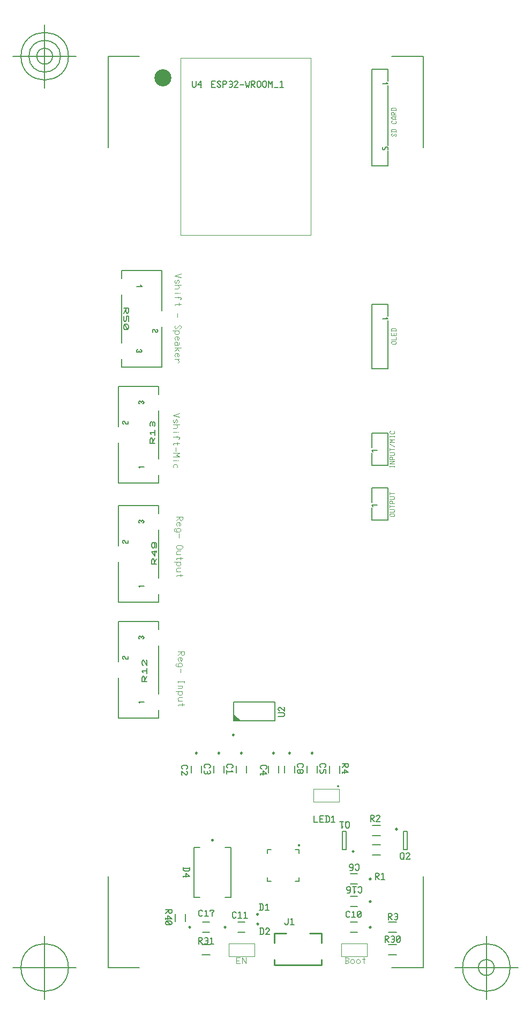
<source format=gbr>
G04 Generated by Ultiboard 14.1 *
%FSLAX34Y34*%
%MOMM*%

%ADD10C,0.0001*%
%ADD11C,0.1556*%
%ADD12C,0.2000*%
%ADD13C,0.0010*%
%ADD14C,0.2540*%
%ADD15C,0.2500*%
%ADD16C,0.2032*%
%ADD17C,0.0013*%
%ADD18C,0.1176*%
%ADD19C,0.0933*%
%ADD20C,0.1270*%
%ADD21C,0.40000*%
%ADD22C,0.35921*%
%ADD23C,2.70006*%


G04 ColorRGB FFFF00 for the following layer *
%LNSilkscreen Top*%
%LPD*%
G54D10*
G54D11*
X267696Y-275160D02*
X267696Y-265160D01*
X271678Y-265160D01*
X273669Y-267160D01*
X273669Y-268160D01*
X271678Y-270160D01*
X267696Y-270160D01*
X268691Y-270160D02*
X273669Y-275160D01*
X277651Y-266160D02*
X278647Y-265160D01*
X280638Y-265160D01*
X282629Y-267160D01*
X282629Y-269160D01*
X281633Y-270160D01*
X282629Y-271160D01*
X282629Y-273160D01*
X280638Y-275160D01*
X278647Y-275160D01*
X277651Y-274160D01*
X278647Y-270160D02*
X281633Y-270160D01*
X286611Y-267160D02*
X288602Y-265160D01*
X288602Y-275160D01*
X285616Y-275160D02*
X291589Y-275160D01*
X403471Y-242765D02*
X405462Y-244765D01*
X407453Y-244765D01*
X409444Y-242765D01*
X409444Y-234765D01*
X413426Y-236765D02*
X415417Y-234765D01*
X415417Y-244765D01*
X412431Y-244765D02*
X418404Y-244765D01*
X562336Y-272620D02*
X562336Y-262620D01*
X566318Y-262620D01*
X568309Y-264620D01*
X568309Y-265620D01*
X566318Y-267620D01*
X562336Y-267620D01*
X563331Y-267620D02*
X568309Y-272620D01*
X572291Y-263620D02*
X573287Y-262620D01*
X575278Y-262620D01*
X577269Y-264620D01*
X577269Y-266620D01*
X576273Y-267620D01*
X577269Y-268620D01*
X577269Y-270620D01*
X575278Y-272620D01*
X573287Y-272620D01*
X572291Y-271620D01*
X573287Y-267620D02*
X576273Y-267620D01*
X580256Y-264620D02*
X582247Y-262620D01*
X584238Y-262620D01*
X586229Y-264620D01*
X586229Y-270620D01*
X584238Y-272620D01*
X582247Y-272620D01*
X580256Y-270620D01*
X580256Y-264620D01*
X586229Y-264620D02*
X580256Y-270620D01*
X215260Y-221236D02*
X225260Y-221236D01*
X225260Y-225218D01*
X223260Y-227209D01*
X222260Y-227209D01*
X220260Y-225218D01*
X220260Y-221236D01*
X220260Y-222231D02*
X215260Y-227209D01*
X219260Y-236169D02*
X219260Y-230196D01*
X225260Y-235173D01*
X215260Y-235173D01*
X215260Y-234178D02*
X215260Y-236169D01*
X223260Y-239156D02*
X225260Y-241147D01*
X225260Y-243138D01*
X223260Y-245129D01*
X217260Y-245129D01*
X215260Y-243138D01*
X215260Y-241147D01*
X217260Y-239156D01*
X223260Y-239156D01*
X223260Y-245129D02*
X217260Y-239156D01*
X273959Y-229690D02*
X271968Y-231690D01*
X269977Y-231690D01*
X267986Y-229690D01*
X267986Y-223690D01*
X269977Y-221690D01*
X271968Y-221690D01*
X273959Y-223690D01*
X277941Y-223690D02*
X279932Y-221690D01*
X279932Y-231690D01*
X276946Y-231690D02*
X282919Y-231690D01*
X288892Y-231690D02*
X288892Y-226690D01*
X291879Y-223690D01*
X291879Y-221690D01*
X285906Y-221690D01*
X285906Y-223690D01*
X327009Y-232520D02*
X325018Y-234520D01*
X323027Y-234520D01*
X321036Y-232520D01*
X321036Y-226520D01*
X323027Y-224520D01*
X325018Y-224520D01*
X327009Y-226520D01*
X330991Y-226520D02*
X332982Y-224520D01*
X332982Y-234520D01*
X329996Y-234520D02*
X335969Y-234520D01*
X339951Y-226520D02*
X341942Y-224520D01*
X341942Y-234520D01*
X338956Y-234520D02*
X344929Y-234520D01*
X364451Y-260155D02*
X368433Y-260155D01*
X370424Y-258155D01*
X370424Y-252155D01*
X368433Y-250155D01*
X364451Y-250155D01*
X365446Y-250155D02*
X365446Y-260155D01*
X373411Y-252155D02*
X375402Y-250155D01*
X377393Y-250155D01*
X379384Y-252155D01*
X379384Y-253155D01*
X373411Y-260155D01*
X379384Y-260155D01*
X379384Y-259155D01*
X506609Y-231420D02*
X504618Y-233420D01*
X502627Y-233420D01*
X500636Y-231420D01*
X500636Y-225420D01*
X502627Y-223420D01*
X504618Y-223420D01*
X506609Y-225420D01*
X510591Y-225420D02*
X512582Y-223420D01*
X512582Y-233420D01*
X509596Y-233420D02*
X515569Y-233420D01*
X518556Y-225420D02*
X520547Y-223420D01*
X522538Y-223420D01*
X524529Y-225420D01*
X524529Y-231420D01*
X522538Y-233420D01*
X520547Y-233420D01*
X518556Y-231420D01*
X518556Y-225420D01*
X524529Y-225420D02*
X518556Y-231420D01*
X567416Y-237060D02*
X567416Y-227060D01*
X571398Y-227060D01*
X573389Y-229060D01*
X573389Y-230060D01*
X571398Y-232060D01*
X567416Y-232060D01*
X568411Y-232060D02*
X573389Y-237060D01*
X577371Y-228060D02*
X578367Y-227060D01*
X580358Y-227060D01*
X582349Y-229060D01*
X582349Y-231060D01*
X581353Y-232060D01*
X582349Y-233060D01*
X582349Y-235060D01*
X580358Y-237060D01*
X578367Y-237060D01*
X577371Y-236060D01*
X578367Y-232060D02*
X581353Y-232060D01*
X363981Y-222055D02*
X367963Y-222055D01*
X369954Y-220055D01*
X369954Y-214055D01*
X367963Y-212055D01*
X363981Y-212055D01*
X364976Y-212055D02*
X364976Y-222055D01*
X373936Y-214055D02*
X375927Y-212055D01*
X375927Y-222055D01*
X372941Y-222055D02*
X378914Y-222055D01*
X243560Y-154596D02*
X243560Y-158578D01*
X245560Y-160569D01*
X251560Y-160569D01*
X253560Y-158578D01*
X253560Y-154596D01*
X253560Y-155591D02*
X243560Y-155591D01*
X247560Y-169529D02*
X247560Y-163556D01*
X253560Y-168533D01*
X243560Y-168533D01*
X243560Y-167538D02*
X243560Y-169529D01*
X519551Y-186780D02*
X521542Y-184780D01*
X523533Y-184780D01*
X525524Y-186780D01*
X525524Y-192780D01*
X523533Y-194780D01*
X521542Y-194780D01*
X519551Y-192780D01*
X515569Y-192780D02*
X513578Y-194780D01*
X513578Y-184780D01*
X516564Y-184780D02*
X510591Y-184780D01*
X502627Y-194780D02*
X505613Y-194780D01*
X507604Y-192780D01*
X507604Y-188780D01*
X507604Y-186780D01*
X505613Y-184780D01*
X503622Y-184780D01*
X501631Y-186780D01*
X501631Y-188780D01*
X503622Y-190780D01*
X505613Y-190780D01*
X507604Y-188780D01*
X515071Y-151220D02*
X517062Y-149220D01*
X519053Y-149220D01*
X521044Y-151220D01*
X521044Y-157220D01*
X519053Y-159220D01*
X517062Y-159220D01*
X515071Y-157220D01*
X507107Y-159220D02*
X510093Y-159220D01*
X512084Y-157220D01*
X512084Y-153220D01*
X512084Y-151220D01*
X510093Y-149220D01*
X508102Y-149220D01*
X506111Y-151220D01*
X506111Y-153220D01*
X508102Y-155220D01*
X510093Y-155220D01*
X512084Y-153220D01*
X505804Y-84260D02*
X503813Y-82260D01*
X501822Y-82260D01*
X499831Y-84260D01*
X499831Y-90260D01*
X501822Y-92260D01*
X503813Y-92260D01*
X505804Y-90260D01*
X505804Y-84260D01*
X501822Y-84260D02*
X499831Y-82260D01*
X495849Y-90260D02*
X493858Y-92260D01*
X493858Y-82260D01*
X496844Y-82260D02*
X490871Y-82260D01*
X586396Y-139260D02*
X588387Y-141260D01*
X590378Y-141260D01*
X592369Y-139260D01*
X592369Y-133260D01*
X590378Y-131260D01*
X588387Y-131260D01*
X586396Y-133260D01*
X586396Y-139260D01*
X590378Y-139260D02*
X592369Y-141260D01*
X595356Y-133260D02*
X597347Y-131260D01*
X599338Y-131260D01*
X601329Y-133260D01*
X601329Y-134260D01*
X595356Y-141260D01*
X601329Y-141260D01*
X601329Y-140260D01*
X242460Y651D02*
X240460Y2642D01*
X240460Y4633D01*
X242460Y6624D01*
X248460Y6624D01*
X250460Y4633D01*
X250460Y2642D01*
X248460Y651D01*
X248460Y-2336D02*
X250460Y-4327D01*
X250460Y-6318D01*
X248460Y-8309D01*
X247460Y-8309D01*
X240460Y-2336D01*
X240460Y-8309D01*
X241460Y-8309D01*
X278220Y1991D02*
X276220Y3982D01*
X276220Y5973D01*
X278220Y7964D01*
X284220Y7964D01*
X286220Y5973D01*
X286220Y3982D01*
X284220Y1991D01*
X285220Y-1991D02*
X286220Y-2987D01*
X286220Y-4978D01*
X284220Y-6969D01*
X282220Y-6969D01*
X281220Y-5973D01*
X280220Y-6969D01*
X278220Y-6969D01*
X276220Y-4978D01*
X276220Y-2987D01*
X277220Y-1991D01*
X281220Y-2987D02*
X281220Y-5973D01*
X313780Y1991D02*
X311780Y3982D01*
X311780Y5973D01*
X313780Y7964D01*
X319780Y7964D01*
X321780Y5973D01*
X321780Y3982D01*
X319780Y1991D01*
X319780Y-1991D02*
X321780Y-3982D01*
X311780Y-3982D01*
X311780Y-996D02*
X311780Y-6969D01*
X367591Y681D02*
X365591Y2672D01*
X365591Y4663D01*
X367591Y6654D01*
X373591Y6654D01*
X375591Y4663D01*
X375591Y2672D01*
X373591Y681D01*
X369591Y-8279D02*
X369591Y-2306D01*
X375591Y-7283D01*
X365591Y-7283D01*
X365591Y-6288D02*
X365591Y-8279D01*
X425340Y3191D02*
X423340Y5182D01*
X423340Y7173D01*
X425340Y9164D01*
X431340Y9164D01*
X433340Y7173D01*
X433340Y5182D01*
X431340Y3191D01*
X423340Y-3778D02*
X423340Y-1787D01*
X425340Y204D01*
X427340Y204D01*
X428340Y-791D01*
X429340Y204D01*
X431340Y204D01*
X433340Y-1787D01*
X433340Y-3778D01*
X431340Y-5769D01*
X429340Y-5769D01*
X428340Y-4773D01*
X427340Y-5769D01*
X425340Y-5769D01*
X423340Y-3778D01*
X428340Y-791D02*
X428340Y-4773D01*
X460900Y3191D02*
X458900Y5182D01*
X458900Y7173D01*
X460900Y9164D01*
X466900Y9164D01*
X468900Y7173D01*
X468900Y5182D01*
X466900Y3191D01*
X468900Y-5769D02*
X468900Y204D01*
X464900Y204D01*
X464900Y-3778D01*
X462900Y-5769D01*
X460900Y-5769D01*
X458900Y-3778D01*
X458900Y204D01*
X494460Y9164D02*
X504460Y9164D01*
X504460Y5182D01*
X502460Y3191D01*
X501460Y3191D01*
X499460Y5182D01*
X499460Y9164D01*
X499460Y8169D02*
X494460Y3191D01*
X498460Y-5769D02*
X498460Y204D01*
X504460Y-4773D01*
X494460Y-4773D01*
X494460Y-3778D02*
X494460Y-5769D01*
X393600Y83476D02*
X401600Y83476D01*
X403600Y85467D01*
X403600Y87458D01*
X401600Y89449D01*
X393600Y89449D01*
X395600Y92436D02*
X393600Y94427D01*
X393600Y96418D01*
X395600Y98409D01*
X396600Y98409D01*
X403600Y92436D01*
X403600Y98409D01*
X402600Y98409D01*
X547096Y-173560D02*
X547096Y-163560D01*
X551078Y-163560D01*
X553069Y-165560D01*
X553069Y-166560D01*
X551078Y-168560D01*
X547096Y-168560D01*
X548091Y-168560D02*
X553069Y-173560D01*
X557051Y-165560D02*
X559042Y-163560D01*
X559042Y-173560D01*
X556056Y-173560D02*
X562029Y-173560D01*
X539476Y-82120D02*
X539476Y-72120D01*
X543458Y-72120D01*
X545449Y-74120D01*
X545449Y-75120D01*
X543458Y-77120D01*
X539476Y-77120D01*
X540471Y-77120D02*
X545449Y-82120D01*
X548436Y-74120D02*
X550427Y-72120D01*
X552418Y-72120D01*
X554409Y-74120D01*
X554409Y-75120D01*
X548436Y-82120D01*
X554409Y-82120D01*
X554409Y-81120D01*
G54D12*
X285400Y-276480D02*
X273400Y-276480D01*
X285400Y-292480D02*
X273400Y-292480D01*
X285400Y-292480D02*
X273400Y-292480D01*
X568040Y-292480D02*
X580040Y-292480D01*
X568040Y-276480D02*
X580040Y-276480D01*
X568040Y-276480D02*
X580040Y-276480D01*
X230760Y-227680D02*
X230760Y-239680D01*
X246760Y-227680D02*
X246760Y-239680D01*
X246760Y-227680D02*
X246760Y-239680D01*
X273900Y-256920D02*
X284900Y-256920D01*
X273900Y-240920D02*
X284900Y-240920D01*
X273900Y-240920D02*
X284900Y-240920D01*
X329780Y-256920D02*
X340780Y-256920D01*
X329780Y-240920D02*
X340780Y-240920D01*
X329780Y-240920D02*
X340780Y-240920D01*
X518580Y-240920D02*
X507580Y-240920D01*
X518580Y-256920D02*
X507580Y-256920D01*
X518580Y-256920D02*
X507580Y-256920D01*
X568040Y-256920D02*
X580040Y-256920D01*
X568040Y-240920D02*
X580040Y-240920D01*
X568040Y-240920D02*
X580040Y-240920D01*
X319060Y-123060D02*
X319060Y-202060D01*
X260060Y-123060D02*
X260060Y-202060D01*
X270060Y-123060D02*
X260060Y-123060D01*
X309060Y-123060D02*
X319060Y-123060D01*
X260060Y-202060D02*
X270060Y-202060D01*
X319060Y-202060D02*
X309060Y-202060D01*
X518580Y-200280D02*
X507580Y-200280D01*
X518580Y-216280D02*
X507580Y-216280D01*
X518580Y-216280D02*
X507580Y-216280D01*
X518580Y-164720D02*
X507580Y-164720D01*
X518580Y-180720D02*
X507580Y-180720D01*
X518580Y-180720D02*
X507580Y-180720D01*
X501090Y-97260D02*
X494590Y-97260D01*
X494590Y-126260D02*
X501090Y-126260D01*
X501090Y-97260D01*
X494590Y-97260D02*
X494590Y-126260D01*
X591110Y-126260D02*
X597610Y-126260D01*
X597610Y-97260D02*
X591110Y-97260D01*
X591110Y-126260D01*
X597610Y-126260D02*
X597610Y-97260D01*
X256160Y5500D02*
X256160Y-5500D01*
X272160Y5500D02*
X272160Y-5500D01*
X272160Y5500D02*
X272160Y-5500D01*
X291720Y5500D02*
X291720Y-5500D01*
X307720Y5500D02*
X307720Y-5500D01*
X307720Y5500D02*
X307720Y-5500D01*
X327280Y5500D02*
X327280Y-5500D01*
X343280Y5500D02*
X343280Y-5500D01*
X343280Y5500D02*
X343280Y-5500D01*
X378080Y5500D02*
X378080Y-5500D01*
X394080Y5500D02*
X394080Y-5500D01*
X394080Y5500D02*
X394080Y-5500D01*
X403480Y5500D02*
X403480Y-5500D01*
X419480Y5500D02*
X419480Y-5500D01*
X419480Y5500D02*
X419480Y-5500D01*
X439040Y5500D02*
X439040Y-5500D01*
X455040Y5500D02*
X455040Y-5500D01*
X455040Y5500D02*
X455040Y-5500D01*
X474600Y6000D02*
X474600Y-6000D01*
X490600Y6000D02*
X490600Y-6000D01*
X490600Y6000D02*
X490600Y-6000D01*
X388100Y76440D02*
X388100Y106440D01*
X323100Y106440D02*
X323100Y76440D01*
X388100Y76440D01*
X323100Y78440D02*
X325100Y76440D01*
X323100Y80440D02*
X327100Y76440D01*
X323100Y82440D02*
X329100Y76440D01*
X323100Y84440D02*
X331100Y76440D01*
X323100Y86440D02*
X333100Y76440D01*
X388100Y106440D02*
X323100Y106440D01*
X554640Y-119000D02*
X542640Y-119000D01*
X554640Y-135000D02*
X542640Y-135000D01*
X554640Y-135000D02*
X542640Y-135000D01*
X542640Y-104520D02*
X554640Y-104520D01*
X542640Y-88520D02*
X554640Y-88520D01*
X542640Y-88520D02*
X554640Y-88520D01*
G54D13*
X314960Y-274320D02*
X355600Y-274320D01*
X355600Y-294640D01*
X314960Y-294640D01*
X314960Y-274320D01*
X533400Y-294640D02*
X492760Y-294640D01*
X492760Y-274320D01*
X533400Y-274320D01*
X533400Y-294640D01*
X238760Y1122680D02*
X444500Y1122680D01*
X444500Y843280D01*
X238760Y843280D01*
X238760Y1122680D01*
G54D14*
X386935Y-308265D02*
X461935Y-308265D01*
X386935Y-300015D02*
X386935Y-308265D01*
X386935Y-258265D02*
X386935Y-273515D01*
X405685Y-258265D02*
X386935Y-258265D01*
X461935Y-308265D02*
X461935Y-300015D01*
X461935Y-258265D02*
X443185Y-258265D01*
X461935Y-273515D02*
X461935Y-258265D01*
G54D15*
X252400Y-248920D02*
G75*
D01*
G02X252400Y-248920I1250J0*
G01*
X308280Y-248920D02*
G75*
D01*
G02X308280Y-248920I1250J0*
G01*
X359960Y-243840D02*
G75*
D01*
G02X359960Y-243840I1250J0*
G01*
X537580Y-248920D02*
G75*
D01*
G02X537580Y-248920I1250J0*
G01*
X359490Y-228600D02*
G75*
D01*
G02X359490Y-228600I1250J0*
G01*
X288310Y-111560D02*
G75*
D01*
G02X288310Y-111560I1250J0*
G01*
X537580Y-208280D02*
G75*
D01*
G02X537580Y-208280I1250J0*
G01*
X537580Y-172720D02*
G75*
D01*
G02X537580Y-172720I1250J0*
G01*
X510590Y-129260D02*
G75*
D01*
G02X510590Y-129260I1250J0*
G01*
X579110Y-94260D02*
G75*
D01*
G02X579110Y-94260I1250J0*
G01*
X262910Y25750D02*
G75*
D01*
G02X262910Y25750I1250J0*
G01*
X298470Y25750D02*
G75*
D01*
G02X298470Y25750I1250J0*
G01*
X334030Y25750D02*
G75*
D01*
G02X334030Y25750I1250J0*
G01*
X384830Y25750D02*
G75*
D01*
G02X384830Y25750I1250J0*
G01*
X410230Y25750D02*
G75*
D01*
G02X410230Y25750I1250J0*
G01*
X445790Y25750D02*
G75*
D01*
G02X445790Y25750I1250J0*
G01*
X321350Y54440D02*
G75*
D01*
G02X321350Y54440I1250J0*
G01*
G54D16*
X420480Y-126260D02*
X426480Y-126260D01*
X426480Y-132260D01*
X426480Y-170260D02*
X426480Y-176260D01*
X420480Y-176260D01*
X382480Y-176260D02*
X376480Y-176260D01*
X376480Y-170260D01*
X382480Y-126260D02*
X376480Y-126260D01*
X376480Y-132260D01*
X450140Y-73360D02*
X450140Y-83360D01*
X456140Y-83360D01*
X465140Y-83360D02*
X459140Y-83360D01*
X459140Y-78360D01*
X459140Y-73360D01*
X465140Y-73360D01*
X459140Y-78360D02*
X463140Y-78360D01*
X468140Y-83360D02*
X472140Y-83360D01*
X474140Y-81360D01*
X474140Y-75360D01*
X472140Y-73360D01*
X468140Y-73360D01*
X469140Y-73360D02*
X469140Y-83360D01*
X478140Y-75360D02*
X480140Y-73360D01*
X480140Y-83360D01*
X477140Y-83360D02*
X483140Y-83360D01*
X566420Y444500D02*
X566420Y393700D01*
X541020Y412750D02*
X541020Y393700D01*
X566420Y393700D01*
X541020Y444500D02*
X541020Y421217D01*
X541020Y416983D02*
X549487Y416983D01*
X543137Y414867D02*
X541020Y416983D01*
X541020Y444500D02*
X566420Y444500D01*
X566420Y530860D02*
X566420Y480060D01*
X541020Y499110D02*
X541020Y480060D01*
X566420Y480060D01*
X541020Y530860D02*
X541020Y507577D01*
X541020Y503343D02*
X549487Y503343D01*
X543137Y501227D02*
X541020Y503343D01*
X541020Y530860D02*
X566420Y530860D01*
X541020Y632460D02*
X541020Y734060D01*
X566420Y632460D02*
X566420Y708660D01*
X566420Y734060D02*
X541020Y734060D01*
X566420Y715010D02*
X566420Y734060D01*
X566420Y710777D02*
X557953Y710777D01*
X564303Y712893D02*
X566420Y710777D01*
X566420Y632460D02*
X541020Y632460D01*
X541020Y952500D02*
X541020Y1104900D01*
X566420Y984250D02*
X566420Y1079500D01*
X566420Y1104900D02*
X541020Y1104900D01*
X566420Y1081617D02*
X557953Y1081617D01*
X566420Y1085850D02*
X566420Y1104900D01*
X564303Y1083733D02*
X566420Y1081617D01*
X557953Y980017D02*
X557961Y979833D01*
X557985Y979649D01*
X558025Y979469D01*
X558081Y979293D01*
X558152Y979122D01*
X558237Y978959D01*
X558336Y978803D01*
X558449Y978656D01*
X558573Y978520D01*
X558709Y978396D01*
X558856Y978283D01*
X559012Y978184D01*
X559175Y978099D01*
X559346Y978028D01*
X559522Y977972D01*
X559702Y977932D01*
X559886Y977908D01*
X560070Y977900D01*
X560254Y977908D01*
X560438Y977932D01*
X560618Y977972D01*
X560794Y978028D01*
X560965Y978099D01*
X561128Y978184D01*
X561284Y978283D01*
X561431Y978396D01*
X561567Y978520D01*
X561691Y978656D01*
X561804Y978803D01*
X561903Y978959D01*
X561988Y979122D01*
X562059Y979293D01*
X562115Y979469D01*
X562155Y979649D01*
X562179Y979833D01*
X562187Y980017D01*
X562187Y982133D02*
X566420Y982133D01*
X562187Y982133D02*
X562187Y980017D01*
X566420Y952500D02*
X541020Y952500D01*
X557953Y982133D02*
X557953Y980017D01*
X566420Y952500D02*
X566420Y975783D01*
X566420Y977900D02*
X566420Y982133D01*
X149165Y727569D02*
X156724Y727569D01*
X156724Y721924D01*
X155212Y719102D01*
X154456Y719102D01*
X152944Y721924D01*
X152944Y727569D01*
X152944Y726158D02*
X149165Y719102D01*
X156724Y706402D02*
X156724Y714869D01*
X153700Y714869D01*
X153700Y709224D01*
X152188Y706402D01*
X150676Y706402D01*
X149165Y709224D01*
X149165Y714869D01*
X155212Y702169D02*
X156724Y699347D01*
X156724Y696524D01*
X155212Y693702D01*
X150676Y693702D01*
X149165Y696524D01*
X149165Y699347D01*
X150676Y702169D01*
X155212Y702169D01*
X155212Y693702D02*
X150676Y702169D01*
X146050Y749300D02*
X146050Y673100D01*
X146050Y774700D02*
X146050Y787400D01*
X209550Y787400D02*
X209550Y723900D01*
X146050Y787400D02*
X209550Y787400D01*
X177800Y762000D02*
X169333Y762000D01*
X175683Y764117D02*
X177800Y762000D01*
X146050Y635000D02*
X209550Y635000D01*
X146050Y647700D02*
X146050Y635000D01*
X209550Y635000D02*
X209550Y698500D01*
X198966Y692150D02*
X198974Y691966D01*
X198998Y691782D01*
X199038Y691602D01*
X199094Y691426D01*
X199165Y691255D01*
X199250Y691092D01*
X199349Y690936D01*
X199462Y690789D01*
X199586Y690653D01*
X199722Y690529D01*
X199869Y690416D01*
X200025Y690317D01*
X200188Y690232D01*
X200359Y690161D01*
X200535Y690105D01*
X200715Y690065D01*
X200899Y690041D01*
X201083Y690033D01*
X201267Y690041D01*
X201451Y690065D01*
X201631Y690105D01*
X201807Y690161D01*
X201978Y690232D01*
X202141Y690317D01*
X202297Y690416D01*
X202444Y690529D01*
X202580Y690653D01*
X202704Y690789D01*
X202817Y690936D01*
X202916Y691092D01*
X203001Y691255D01*
X203072Y691426D01*
X203128Y691602D01*
X203168Y691782D01*
X203192Y691966D01*
X203200Y692150D01*
X203192Y692334D01*
X203168Y692518D01*
X203128Y692698D01*
X203072Y692874D01*
X203001Y693045D01*
X202916Y693208D01*
X202817Y693364D01*
X202704Y693511D01*
X202580Y693647D01*
X202444Y693771D01*
X202297Y693884D01*
X202141Y693983D01*
X201978Y694068D01*
X201807Y694139D01*
X201631Y694195D01*
X201451Y694235D01*
X201267Y694259D01*
X201083Y694267D01*
X198967Y692150D02*
X198959Y692334D01*
X198935Y692518D01*
X198895Y692698D01*
X198839Y692874D01*
X198768Y693045D01*
X198683Y693208D01*
X198584Y693364D01*
X198471Y693511D01*
X198347Y693647D01*
X198211Y693771D01*
X198064Y693884D01*
X197908Y693983D01*
X197745Y694068D01*
X197574Y694139D01*
X197398Y694195D01*
X197218Y694235D01*
X197034Y694259D01*
X196850Y694267D01*
X194733Y694267D02*
X194733Y690033D01*
X196850Y694267D02*
X194733Y694267D01*
X173566Y660400D02*
X173574Y660216D01*
X173598Y660032D01*
X173638Y659852D01*
X173694Y659676D01*
X173765Y659505D01*
X173850Y659342D01*
X173949Y659186D01*
X174062Y659039D01*
X174186Y658903D01*
X174322Y658779D01*
X174469Y658666D01*
X174625Y658567D01*
X174788Y658482D01*
X174959Y658411D01*
X175135Y658355D01*
X175315Y658315D01*
X175499Y658291D01*
X175683Y658283D01*
X175867Y658291D01*
X176051Y658315D01*
X176231Y658355D01*
X176407Y658411D01*
X176578Y658482D01*
X176741Y658567D01*
X176897Y658666D01*
X177044Y658779D01*
X177180Y658903D01*
X177304Y659039D01*
X177417Y659186D01*
X177516Y659342D01*
X177601Y659505D01*
X177672Y659676D01*
X177728Y659852D01*
X177768Y660032D01*
X177792Y660216D01*
X177800Y660400D01*
X177792Y660584D01*
X177768Y660768D01*
X177728Y660948D01*
X177672Y661124D01*
X177601Y661295D01*
X177516Y661458D01*
X177417Y661614D01*
X177304Y661761D01*
X177180Y661897D01*
X177044Y662021D01*
X176897Y662134D01*
X176741Y662233D01*
X176578Y662318D01*
X176407Y662389D01*
X176231Y662445D01*
X176051Y662485D01*
X175867Y662509D01*
X175683Y662517D01*
X171450Y662517D02*
X171266Y662509D01*
X171082Y662485D01*
X170902Y662445D01*
X170726Y662389D01*
X170555Y662318D01*
X170392Y662233D01*
X170236Y662134D01*
X170089Y662021D01*
X169953Y661897D01*
X169829Y661761D01*
X169716Y661614D01*
X169617Y661458D01*
X169532Y661295D01*
X169461Y661124D01*
X169405Y660948D01*
X169365Y660768D01*
X169341Y660584D01*
X169333Y660400D01*
X169341Y660216D01*
X169365Y660032D01*
X169405Y659852D01*
X169461Y659676D01*
X169532Y659505D01*
X169617Y659342D01*
X169716Y659186D01*
X169829Y659039D01*
X169953Y658903D01*
X170089Y658779D01*
X170236Y658666D01*
X170392Y658567D01*
X170555Y658482D01*
X170726Y658411D01*
X170902Y658355D01*
X171082Y658315D01*
X171266Y658291D01*
X171450Y658283D01*
X171634Y658291D01*
X171818Y658315D01*
X171998Y658355D01*
X172174Y658411D01*
X172345Y658482D01*
X172508Y658567D01*
X172664Y658666D01*
X172811Y658779D01*
X172947Y658903D01*
X173071Y659039D01*
X173184Y659186D01*
X173283Y659342D01*
X173368Y659505D01*
X173439Y659676D01*
X173495Y659852D01*
X173535Y660032D01*
X173559Y660216D01*
X173567Y660400D01*
X198815Y514491D02*
X191256Y514491D01*
X191256Y520136D01*
X192768Y522958D01*
X193524Y522958D01*
X195036Y520136D01*
X195036Y514491D01*
X195036Y515902D02*
X198815Y522958D01*
X192768Y528602D02*
X191256Y531424D01*
X198815Y531424D01*
X198815Y527191D02*
X198815Y535658D01*
X192012Y541302D02*
X191256Y542713D01*
X191256Y545536D01*
X192768Y548358D01*
X194280Y548358D01*
X195036Y546947D01*
X195792Y548358D01*
X197304Y548358D01*
X198815Y545536D01*
X198815Y542713D01*
X198060Y541302D01*
X195036Y542713D02*
X195036Y546947D01*
X204470Y490220D02*
X204470Y566420D01*
X204470Y464820D02*
X204470Y452120D01*
X140970Y452120D02*
X140970Y515620D01*
X204470Y452120D02*
X140970Y452120D01*
X172720Y477520D02*
X181187Y477520D01*
X174837Y475403D02*
X172720Y477520D01*
X204470Y604520D02*
X140970Y604520D01*
X204470Y591820D02*
X204470Y604520D01*
X140970Y604520D02*
X140970Y541020D01*
X151554Y547370D02*
X151546Y547554D01*
X151522Y547738D01*
X151482Y547918D01*
X151426Y548094D01*
X151355Y548265D01*
X151270Y548428D01*
X151171Y548584D01*
X151058Y548731D01*
X150934Y548867D01*
X150798Y548991D01*
X150651Y549104D01*
X150495Y549203D01*
X150332Y549288D01*
X150161Y549359D01*
X149985Y549415D01*
X149805Y549455D01*
X149621Y549479D01*
X149437Y549487D01*
X149253Y549479D01*
X149069Y549455D01*
X148889Y549415D01*
X148713Y549359D01*
X148542Y549288D01*
X148379Y549203D01*
X148223Y549104D01*
X148076Y548991D01*
X147940Y548867D01*
X147816Y548731D01*
X147703Y548584D01*
X147604Y548428D01*
X147519Y548265D01*
X147448Y548094D01*
X147392Y547918D01*
X147352Y547738D01*
X147328Y547554D01*
X147320Y547370D01*
X147328Y547186D01*
X147352Y547002D01*
X147392Y546822D01*
X147448Y546646D01*
X147519Y546475D01*
X147604Y546312D01*
X147703Y546156D01*
X147816Y546009D01*
X147940Y545873D01*
X148076Y545749D01*
X148223Y545636D01*
X148379Y545537D01*
X148542Y545452D01*
X148713Y545381D01*
X148889Y545325D01*
X149069Y545285D01*
X149253Y545261D01*
X149437Y545253D01*
X149437Y545253D01*
X151553Y547370D02*
X151561Y547186D01*
X151585Y547002D01*
X151625Y546822D01*
X151681Y546646D01*
X151752Y546475D01*
X151837Y546312D01*
X151936Y546156D01*
X152049Y546009D01*
X152173Y545873D01*
X152309Y545749D01*
X152456Y545636D01*
X152612Y545537D01*
X152775Y545452D01*
X152946Y545381D01*
X153122Y545325D01*
X153302Y545285D01*
X153486Y545261D01*
X153670Y545253D01*
X155787Y545253D02*
X155787Y549487D01*
X153670Y545253D02*
X155787Y545253D01*
X176954Y579120D02*
X176946Y579304D01*
X176922Y579488D01*
X176882Y579668D01*
X176826Y579844D01*
X176755Y580015D01*
X176670Y580178D01*
X176571Y580334D01*
X176458Y580481D01*
X176334Y580617D01*
X176198Y580741D01*
X176051Y580854D01*
X175895Y580953D01*
X175732Y581038D01*
X175561Y581109D01*
X175385Y581165D01*
X175205Y581205D01*
X175021Y581229D01*
X174837Y581237D01*
X174653Y581229D01*
X174469Y581205D01*
X174289Y581165D01*
X174113Y581109D01*
X173942Y581038D01*
X173779Y580953D01*
X173623Y580854D01*
X173476Y580741D01*
X173340Y580617D01*
X173216Y580481D01*
X173103Y580334D01*
X173004Y580178D01*
X172919Y580015D01*
X172848Y579844D01*
X172792Y579668D01*
X172752Y579488D01*
X172728Y579304D01*
X172720Y579120D01*
X172728Y578936D01*
X172752Y578752D01*
X172792Y578572D01*
X172848Y578396D01*
X172919Y578225D01*
X173004Y578062D01*
X173103Y577906D01*
X173216Y577759D01*
X173340Y577623D01*
X173476Y577499D01*
X173623Y577386D01*
X173779Y577287D01*
X173942Y577202D01*
X174113Y577131D01*
X174289Y577075D01*
X174469Y577035D01*
X174653Y577011D01*
X174837Y577003D01*
X179070Y577003D02*
X179254Y577011D01*
X179438Y577035D01*
X179618Y577075D01*
X179794Y577131D01*
X179965Y577202D01*
X180128Y577287D01*
X180284Y577386D01*
X180431Y577499D01*
X180567Y577623D01*
X180691Y577759D01*
X180804Y577906D01*
X180903Y578062D01*
X180988Y578225D01*
X181059Y578396D01*
X181115Y578572D01*
X181155Y578752D01*
X181179Y578936D01*
X181187Y579120D01*
X181179Y579304D01*
X181155Y579488D01*
X181115Y579668D01*
X181059Y579844D01*
X180988Y580015D01*
X180903Y580178D01*
X180804Y580334D01*
X180691Y580481D01*
X180567Y580617D01*
X180431Y580741D01*
X180284Y580854D01*
X180128Y580953D01*
X179965Y581038D01*
X179794Y581109D01*
X179618Y581165D01*
X179438Y581205D01*
X179254Y581229D01*
X179070Y581237D01*
X178886Y581229D01*
X178702Y581205D01*
X178522Y581165D01*
X178346Y581109D01*
X178175Y581038D01*
X178012Y580953D01*
X177856Y580854D01*
X177709Y580741D01*
X177573Y580617D01*
X177449Y580481D01*
X177336Y580334D01*
X177237Y580178D01*
X177152Y580015D01*
X177081Y579844D01*
X177025Y579668D01*
X176985Y579488D01*
X176961Y579304D01*
X176953Y579120D01*
X201355Y323991D02*
X193796Y323991D01*
X193796Y329636D01*
X195308Y332458D01*
X196064Y332458D01*
X197576Y329636D01*
X197576Y323991D01*
X197576Y325402D02*
X201355Y332458D01*
X198332Y345158D02*
X198332Y336691D01*
X193796Y343747D01*
X201355Y343747D01*
X201355Y342336D02*
X201355Y345158D01*
X199844Y349391D02*
X201355Y352213D01*
X201355Y355036D01*
X199844Y357858D01*
X196820Y357858D01*
X195308Y357858D01*
X193796Y355036D01*
X193796Y352213D01*
X195308Y349391D01*
X196820Y349391D01*
X198332Y352213D01*
X198332Y355036D01*
X196820Y357858D01*
X204470Y302260D02*
X204470Y378460D01*
X204470Y276860D02*
X204470Y264160D01*
X140970Y264160D02*
X140970Y327660D01*
X204470Y264160D02*
X140970Y264160D01*
X172720Y289560D02*
X181187Y289560D01*
X174837Y287443D02*
X172720Y289560D01*
X204470Y416560D02*
X140970Y416560D01*
X204470Y403860D02*
X204470Y416560D01*
X140970Y416560D02*
X140970Y353060D01*
X151554Y359410D02*
X151546Y359594D01*
X151522Y359778D01*
X151482Y359958D01*
X151426Y360134D01*
X151355Y360305D01*
X151270Y360468D01*
X151171Y360624D01*
X151058Y360771D01*
X150934Y360907D01*
X150798Y361031D01*
X150651Y361144D01*
X150495Y361243D01*
X150332Y361328D01*
X150161Y361399D01*
X149985Y361455D01*
X149805Y361495D01*
X149621Y361519D01*
X149437Y361527D01*
X149253Y361519D01*
X149069Y361495D01*
X148889Y361455D01*
X148713Y361399D01*
X148542Y361328D01*
X148379Y361243D01*
X148223Y361144D01*
X148076Y361031D01*
X147940Y360907D01*
X147816Y360771D01*
X147703Y360624D01*
X147604Y360468D01*
X147519Y360305D01*
X147448Y360134D01*
X147392Y359958D01*
X147352Y359778D01*
X147328Y359594D01*
X147320Y359410D01*
X147328Y359226D01*
X147352Y359042D01*
X147392Y358862D01*
X147448Y358686D01*
X147519Y358515D01*
X147604Y358352D01*
X147703Y358196D01*
X147816Y358049D01*
X147940Y357913D01*
X148076Y357789D01*
X148223Y357676D01*
X148379Y357577D01*
X148542Y357492D01*
X148713Y357421D01*
X148889Y357365D01*
X149069Y357325D01*
X149253Y357301D01*
X149437Y357293D01*
X149437Y357293D01*
X151553Y359410D02*
X151561Y359226D01*
X151585Y359042D01*
X151625Y358862D01*
X151681Y358686D01*
X151752Y358515D01*
X151837Y358352D01*
X151936Y358196D01*
X152049Y358049D01*
X152173Y357913D01*
X152309Y357789D01*
X152456Y357676D01*
X152612Y357577D01*
X152775Y357492D01*
X152946Y357421D01*
X153122Y357365D01*
X153302Y357325D01*
X153486Y357301D01*
X153670Y357293D01*
X155787Y357293D02*
X155787Y361527D01*
X153670Y357293D02*
X155787Y357293D01*
X176954Y391160D02*
X176946Y391344D01*
X176922Y391528D01*
X176882Y391708D01*
X176826Y391884D01*
X176755Y392055D01*
X176670Y392218D01*
X176571Y392374D01*
X176458Y392521D01*
X176334Y392657D01*
X176198Y392781D01*
X176051Y392894D01*
X175895Y392993D01*
X175732Y393078D01*
X175561Y393149D01*
X175385Y393205D01*
X175205Y393245D01*
X175021Y393269D01*
X174837Y393277D01*
X174653Y393269D01*
X174469Y393245D01*
X174289Y393205D01*
X174113Y393149D01*
X173942Y393078D01*
X173779Y392993D01*
X173623Y392894D01*
X173476Y392781D01*
X173340Y392657D01*
X173216Y392521D01*
X173103Y392374D01*
X173004Y392218D01*
X172919Y392055D01*
X172848Y391884D01*
X172792Y391708D01*
X172752Y391528D01*
X172728Y391344D01*
X172720Y391160D01*
X172728Y390976D01*
X172752Y390792D01*
X172792Y390612D01*
X172848Y390436D01*
X172919Y390265D01*
X173004Y390102D01*
X173103Y389946D01*
X173216Y389799D01*
X173340Y389663D01*
X173476Y389539D01*
X173623Y389426D01*
X173779Y389327D01*
X173942Y389242D01*
X174113Y389171D01*
X174289Y389115D01*
X174469Y389075D01*
X174653Y389051D01*
X174837Y389043D01*
X179070Y389043D02*
X179254Y389051D01*
X179438Y389075D01*
X179618Y389115D01*
X179794Y389171D01*
X179965Y389242D01*
X180128Y389327D01*
X180284Y389426D01*
X180431Y389539D01*
X180567Y389663D01*
X180691Y389799D01*
X180804Y389946D01*
X180903Y390102D01*
X180988Y390265D01*
X181059Y390436D01*
X181115Y390612D01*
X181155Y390792D01*
X181179Y390976D01*
X181187Y391160D01*
X181179Y391344D01*
X181155Y391528D01*
X181115Y391708D01*
X181059Y391884D01*
X180988Y392055D01*
X180903Y392218D01*
X180804Y392374D01*
X180691Y392521D01*
X180567Y392657D01*
X180431Y392781D01*
X180284Y392894D01*
X180128Y392993D01*
X179965Y393078D01*
X179794Y393149D01*
X179618Y393205D01*
X179438Y393245D01*
X179254Y393269D01*
X179070Y393277D01*
X178886Y393269D01*
X178702Y393245D01*
X178522Y393205D01*
X178346Y393149D01*
X178175Y393078D01*
X178012Y392993D01*
X177856Y392894D01*
X177709Y392781D01*
X177573Y392657D01*
X177449Y392521D01*
X177336Y392374D01*
X177237Y392218D01*
X177152Y392055D01*
X177081Y391884D01*
X177025Y391708D01*
X176985Y391528D01*
X176961Y391344D01*
X176953Y391160D01*
X186115Y138571D02*
X178556Y138571D01*
X178556Y144216D01*
X180068Y147038D01*
X180824Y147038D01*
X182336Y144216D01*
X182336Y138571D01*
X182336Y139982D02*
X186115Y147038D01*
X180068Y152682D02*
X178556Y155504D01*
X186115Y155504D01*
X186115Y151271D02*
X186115Y159738D01*
X180068Y163971D02*
X178556Y166793D01*
X178556Y169616D01*
X180068Y172438D01*
X180824Y172438D01*
X186115Y163971D01*
X186115Y172438D01*
X185360Y172438D01*
X204470Y119380D02*
X204470Y195580D01*
X204470Y93980D02*
X204470Y81280D01*
X140970Y81280D02*
X140970Y144780D01*
X204470Y81280D02*
X140970Y81280D01*
X172720Y106680D02*
X181187Y106680D01*
X174837Y104563D02*
X172720Y106680D01*
X204470Y233680D02*
X140970Y233680D01*
X204470Y220980D02*
X204470Y233680D01*
X140970Y233680D02*
X140970Y170180D01*
X151554Y176530D02*
X151546Y176714D01*
X151522Y176898D01*
X151482Y177078D01*
X151426Y177254D01*
X151355Y177425D01*
X151270Y177588D01*
X151171Y177744D01*
X151058Y177891D01*
X150934Y178027D01*
X150798Y178151D01*
X150651Y178264D01*
X150495Y178363D01*
X150332Y178448D01*
X150161Y178519D01*
X149985Y178575D01*
X149805Y178615D01*
X149621Y178639D01*
X149437Y178647D01*
X149253Y178639D01*
X149069Y178615D01*
X148889Y178575D01*
X148713Y178519D01*
X148542Y178448D01*
X148379Y178363D01*
X148223Y178264D01*
X148076Y178151D01*
X147940Y178027D01*
X147816Y177891D01*
X147703Y177744D01*
X147604Y177588D01*
X147519Y177425D01*
X147448Y177254D01*
X147392Y177078D01*
X147352Y176898D01*
X147328Y176714D01*
X147320Y176530D01*
X147328Y176346D01*
X147352Y176162D01*
X147392Y175982D01*
X147448Y175806D01*
X147519Y175635D01*
X147604Y175472D01*
X147703Y175316D01*
X147816Y175169D01*
X147940Y175033D01*
X148076Y174909D01*
X148223Y174796D01*
X148379Y174697D01*
X148542Y174612D01*
X148713Y174541D01*
X148889Y174485D01*
X149069Y174445D01*
X149253Y174421D01*
X149437Y174413D01*
X149437Y174413D01*
X151553Y176530D02*
X151561Y176346D01*
X151585Y176162D01*
X151625Y175982D01*
X151681Y175806D01*
X151752Y175635D01*
X151837Y175472D01*
X151936Y175316D01*
X152049Y175169D01*
X152173Y175033D01*
X152309Y174909D01*
X152456Y174796D01*
X152612Y174697D01*
X152775Y174612D01*
X152946Y174541D01*
X153122Y174485D01*
X153302Y174445D01*
X153486Y174421D01*
X153670Y174413D01*
X155787Y174413D02*
X155787Y178647D01*
X153670Y174413D02*
X155787Y174413D01*
X176954Y208280D02*
X176946Y208464D01*
X176922Y208648D01*
X176882Y208828D01*
X176826Y209004D01*
X176755Y209175D01*
X176670Y209338D01*
X176571Y209494D01*
X176458Y209641D01*
X176334Y209777D01*
X176198Y209901D01*
X176051Y210014D01*
X175895Y210113D01*
X175732Y210198D01*
X175561Y210269D01*
X175385Y210325D01*
X175205Y210365D01*
X175021Y210389D01*
X174837Y210397D01*
X174653Y210389D01*
X174469Y210365D01*
X174289Y210325D01*
X174113Y210269D01*
X173942Y210198D01*
X173779Y210113D01*
X173623Y210014D01*
X173476Y209901D01*
X173340Y209777D01*
X173216Y209641D01*
X173103Y209494D01*
X173004Y209338D01*
X172919Y209175D01*
X172848Y209004D01*
X172792Y208828D01*
X172752Y208648D01*
X172728Y208464D01*
X172720Y208280D01*
X172728Y208096D01*
X172752Y207912D01*
X172792Y207732D01*
X172848Y207556D01*
X172919Y207385D01*
X173004Y207222D01*
X173103Y207066D01*
X173216Y206919D01*
X173340Y206783D01*
X173476Y206659D01*
X173623Y206546D01*
X173779Y206447D01*
X173942Y206362D01*
X174113Y206291D01*
X174289Y206235D01*
X174469Y206195D01*
X174653Y206171D01*
X174837Y206163D01*
X179070Y206163D02*
X179254Y206171D01*
X179438Y206195D01*
X179618Y206235D01*
X179794Y206291D01*
X179965Y206362D01*
X180128Y206447D01*
X180284Y206546D01*
X180431Y206659D01*
X180567Y206783D01*
X180691Y206919D01*
X180804Y207066D01*
X180903Y207222D01*
X180988Y207385D01*
X181059Y207556D01*
X181115Y207732D01*
X181155Y207912D01*
X181179Y208096D01*
X181187Y208280D01*
X181179Y208464D01*
X181155Y208648D01*
X181115Y208828D01*
X181059Y209004D01*
X180988Y209175D01*
X180903Y209338D01*
X180804Y209494D01*
X180691Y209641D01*
X180567Y209777D01*
X180431Y209901D01*
X180284Y210014D01*
X180128Y210113D01*
X179965Y210198D01*
X179794Y210269D01*
X179618Y210325D01*
X179438Y210365D01*
X179254Y210389D01*
X179070Y210397D01*
X178886Y210389D01*
X178702Y210365D01*
X178522Y210325D01*
X178346Y210269D01*
X178175Y210198D01*
X178012Y210113D01*
X177856Y210014D01*
X177709Y209901D01*
X177573Y209777D01*
X177449Y209641D01*
X177336Y209494D01*
X177237Y209338D01*
X177152Y209175D01*
X177081Y209004D01*
X177025Y208828D01*
X176985Y208648D01*
X176961Y208464D01*
X176953Y208280D01*
X257540Y1086120D02*
X257540Y1078120D01*
X259540Y1076120D01*
X261540Y1076120D01*
X263540Y1078120D01*
X263540Y1086120D01*
X272540Y1080120D02*
X266540Y1080120D01*
X271540Y1086120D01*
X271540Y1076120D01*
X270540Y1076120D02*
X272540Y1076120D01*
X294020Y1076120D02*
X288020Y1076120D01*
X288020Y1081120D01*
X288020Y1086120D01*
X294020Y1086120D01*
X288020Y1081120D02*
X292020Y1081120D01*
X297020Y1078120D02*
X299020Y1076120D01*
X301020Y1076120D01*
X303020Y1078120D01*
X297020Y1084120D01*
X299020Y1086120D01*
X301020Y1086120D01*
X303020Y1084120D01*
X306020Y1076120D02*
X306020Y1086120D01*
X310020Y1086120D01*
X312020Y1084120D01*
X312020Y1083120D01*
X310020Y1081120D01*
X306020Y1081120D01*
X316020Y1085120D02*
X317020Y1086120D01*
X319020Y1086120D01*
X321020Y1084120D01*
X321020Y1082120D01*
X320020Y1081120D01*
X321020Y1080120D01*
X321020Y1078120D01*
X319020Y1076120D01*
X317020Y1076120D01*
X316020Y1077120D01*
X317020Y1081120D02*
X320020Y1081120D01*
X324020Y1084120D02*
X326020Y1086120D01*
X328020Y1086120D01*
X330020Y1084120D01*
X330020Y1083120D01*
X324020Y1076120D01*
X330020Y1076120D01*
X330020Y1077120D01*
X333020Y1080120D02*
X339020Y1080120D01*
X342020Y1086120D02*
X343020Y1076120D01*
X345020Y1080120D01*
X347020Y1076120D01*
X348020Y1086120D01*
X351020Y1076120D02*
X351020Y1086120D01*
X355020Y1086120D01*
X357020Y1084120D01*
X357020Y1083120D01*
X355020Y1081120D01*
X351020Y1081120D01*
X352020Y1081120D02*
X357020Y1076120D01*
X360020Y1078120D02*
X362020Y1076120D01*
X364020Y1076120D01*
X366020Y1078120D01*
X366020Y1084120D01*
X364020Y1086120D01*
X362020Y1086120D01*
X360020Y1084120D01*
X360020Y1078120D01*
X369020Y1078120D02*
X371020Y1076120D01*
X373020Y1076120D01*
X375020Y1078120D01*
X375020Y1084120D01*
X373020Y1086120D01*
X371020Y1086120D01*
X369020Y1084120D01*
X369020Y1078120D01*
X378020Y1076120D02*
X378020Y1086120D01*
X381020Y1081120D01*
X384020Y1086120D01*
X384020Y1076120D01*
X387020Y1076120D02*
X393020Y1076120D01*
X397020Y1084120D02*
X399020Y1086120D01*
X399020Y1076120D01*
X396020Y1076120D02*
X402020Y1076120D01*
G54D17*
X489694Y-30480D02*
X449054Y-30480D01*
X449054Y-50800D01*
X489694Y-50800D01*
X489694Y-30480D01*
G54D18*
X575764Y399533D02*
X577275Y401038D01*
X577275Y402543D01*
X575764Y404048D01*
X571228Y404048D01*
X569716Y402543D01*
X569716Y401038D01*
X571228Y399533D01*
X575764Y399533D01*
X569716Y406306D02*
X575764Y406306D01*
X577275Y407811D01*
X577275Y409316D01*
X575764Y410821D01*
X569716Y410821D01*
X577275Y415337D02*
X569716Y415337D01*
X569716Y413079D02*
X569716Y417594D01*
X577275Y419852D02*
X569716Y419852D01*
X569716Y422862D01*
X571228Y424367D01*
X571984Y424367D01*
X573496Y422862D01*
X573496Y419852D01*
X569716Y426625D02*
X575764Y426625D01*
X577275Y428130D01*
X577275Y429635D01*
X575764Y431140D01*
X569716Y431140D01*
X577275Y435656D02*
X569716Y435656D01*
X569716Y433398D02*
X569716Y437914D01*
X577275Y477238D02*
X577275Y478743D01*
X569716Y477238D02*
X569716Y478743D01*
X577275Y477990D02*
X569716Y477990D01*
X577275Y482506D02*
X569716Y482506D01*
X577275Y487021D01*
X569716Y487021D01*
X577275Y489279D02*
X569716Y489279D01*
X569716Y492289D01*
X571228Y493794D01*
X571984Y493794D01*
X573496Y492289D01*
X573496Y489279D01*
X569716Y496052D02*
X575764Y496052D01*
X577275Y497557D01*
X577275Y499062D01*
X575764Y500567D01*
X569716Y500567D01*
X577275Y505083D02*
X569716Y505083D01*
X569716Y502825D02*
X569716Y507340D01*
X569716Y514114D02*
X577275Y509598D01*
X577275Y516371D02*
X569716Y516371D01*
X573496Y518629D01*
X569716Y520887D01*
X577275Y520887D01*
X577275Y524650D02*
X577275Y526155D01*
X569716Y524650D02*
X569716Y526155D01*
X577275Y525402D02*
X569716Y525402D01*
X575764Y534433D02*
X577275Y532928D01*
X577275Y531423D01*
X575764Y529918D01*
X571228Y529918D01*
X569716Y531423D01*
X569716Y532928D01*
X571228Y534433D01*
X578304Y671313D02*
X579815Y672818D01*
X579815Y674323D01*
X578304Y675828D01*
X573768Y675828D01*
X572256Y674323D01*
X572256Y672818D01*
X573768Y671313D01*
X578304Y671313D01*
X572256Y678086D02*
X579815Y678086D01*
X579815Y682601D01*
X579815Y689374D02*
X579815Y684859D01*
X576036Y684859D01*
X572256Y684859D01*
X572256Y689374D01*
X576036Y684859D02*
X576036Y687869D01*
X579815Y691632D02*
X579815Y694642D01*
X578304Y696147D01*
X573768Y696147D01*
X572256Y694642D01*
X572256Y691632D01*
X572256Y692384D02*
X579815Y692384D01*
X578304Y998973D02*
X579815Y1000478D01*
X579815Y1001983D01*
X578304Y1003488D01*
X573768Y998973D01*
X572256Y1000478D01*
X572256Y1001983D01*
X573768Y1003488D01*
X579815Y1005746D02*
X579815Y1008756D01*
X578304Y1010261D01*
X573768Y1010261D01*
X572256Y1008756D01*
X572256Y1005746D01*
X572256Y1006498D02*
X579815Y1006498D01*
X578304Y1023807D02*
X579815Y1022302D01*
X579815Y1020797D01*
X578304Y1019292D01*
X573768Y1019292D01*
X572256Y1020797D01*
X572256Y1022302D01*
X573768Y1023807D01*
X579815Y1026065D02*
X575280Y1026065D01*
X572256Y1027570D01*
X572256Y1029075D01*
X575280Y1030580D01*
X579815Y1030580D01*
X577548Y1026065D02*
X577548Y1030580D01*
X579815Y1032838D02*
X572256Y1032838D01*
X572256Y1035848D01*
X573768Y1037354D01*
X574524Y1037354D01*
X576036Y1035848D01*
X576036Y1032838D01*
X576036Y1033591D02*
X579815Y1037354D01*
X579815Y1039611D02*
X579815Y1042622D01*
X578304Y1044127D01*
X573768Y1044127D01*
X572256Y1042622D01*
X572256Y1039611D01*
X572256Y1040364D02*
X579815Y1040364D01*
G54D19*
X333289Y-306260D02*
X327316Y-306260D01*
X327316Y-301260D01*
X327316Y-296260D01*
X333289Y-296260D01*
X327316Y-301260D02*
X331298Y-301260D01*
X336276Y-306260D02*
X336276Y-296260D01*
X342249Y-306260D01*
X342249Y-296260D01*
X498696Y-306260D02*
X502678Y-306260D01*
X504669Y-304260D01*
X504669Y-303260D01*
X502678Y-301260D01*
X504669Y-299260D01*
X504669Y-298260D01*
X502678Y-296260D01*
X499691Y-296260D01*
X498696Y-296260D01*
X499691Y-301260D02*
X502678Y-301260D01*
X499691Y-296260D02*
X499691Y-306260D01*
X507656Y-304260D02*
X509647Y-306260D01*
X511638Y-306260D01*
X513629Y-304260D01*
X513629Y-301260D01*
X511638Y-299260D01*
X509647Y-299260D01*
X507656Y-301260D01*
X507656Y-304260D01*
X516616Y-304260D02*
X518607Y-306260D01*
X520598Y-306260D01*
X522589Y-304260D01*
X522589Y-301260D01*
X520598Y-299260D01*
X518607Y-299260D01*
X516616Y-301260D01*
X516616Y-304260D01*
X530553Y-305260D02*
X529558Y-306260D01*
X528562Y-305260D01*
X528562Y-296260D01*
X526571Y-299260D02*
X530553Y-299260D01*
X237140Y561964D02*
X227140Y558978D01*
X237140Y555991D01*
X229140Y553004D02*
X227140Y551013D01*
X227140Y549022D01*
X229140Y547031D01*
X232140Y553004D01*
X234140Y551013D01*
X234140Y549022D01*
X232140Y547031D01*
X232140Y544044D02*
X234140Y542053D01*
X234140Y540062D01*
X232140Y538071D01*
X227140Y538071D01*
X237140Y544044D02*
X227140Y544044D01*
X227140Y532098D02*
X233140Y532098D01*
X235140Y532098D02*
X236140Y532098D01*
X227140Y525129D02*
X236140Y525129D01*
X237140Y524133D01*
X237140Y522142D01*
X236140Y521147D01*
X233140Y526124D02*
X233140Y524133D01*
X228140Y512187D02*
X227140Y513182D01*
X228140Y514178D01*
X237140Y514178D01*
X234140Y516169D02*
X234140Y512187D01*
X231140Y508204D02*
X231140Y502231D01*
X227140Y499244D02*
X237140Y499244D01*
X232140Y496258D01*
X237140Y493271D01*
X227140Y493271D01*
X227140Y487298D02*
X233140Y487298D01*
X235140Y487298D02*
X236140Y487298D01*
X228140Y476347D02*
X227140Y477342D01*
X227140Y479333D01*
X229140Y481324D01*
X232140Y481324D01*
X234140Y479333D01*
X234140Y477342D01*
X233140Y476347D01*
X239680Y781884D02*
X229680Y778898D01*
X239680Y775911D01*
X231680Y772924D02*
X229680Y770933D01*
X229680Y768942D01*
X231680Y766951D01*
X234680Y772924D01*
X236680Y770933D01*
X236680Y768942D01*
X234680Y766951D01*
X234680Y763964D02*
X236680Y761973D01*
X236680Y759982D01*
X234680Y757991D01*
X229680Y757991D01*
X239680Y763964D02*
X229680Y763964D01*
X229680Y752018D02*
X235680Y752018D01*
X237680Y752018D02*
X238680Y752018D01*
X229680Y745049D02*
X238680Y745049D01*
X239680Y744053D01*
X239680Y742062D01*
X238680Y741067D01*
X235680Y746044D02*
X235680Y744053D01*
X230680Y732107D02*
X229680Y733102D01*
X230680Y734098D01*
X239680Y734098D01*
X236680Y736089D02*
X236680Y732107D01*
X233680Y719164D02*
X233680Y713191D01*
X231680Y701244D02*
X229680Y699253D01*
X229680Y697262D01*
X231680Y695271D01*
X237680Y701244D01*
X239680Y699253D01*
X239680Y697262D01*
X237680Y695271D01*
X231680Y692284D02*
X229680Y690293D01*
X229680Y688302D01*
X231680Y686311D01*
X234680Y686311D01*
X236680Y688302D01*
X236680Y690293D01*
X234680Y692284D01*
X226680Y692284D02*
X236680Y692284D01*
X231680Y677351D02*
X229680Y679342D01*
X229680Y681333D01*
X231680Y683324D01*
X234680Y683324D01*
X236680Y681333D01*
X236680Y679342D01*
X234680Y677351D01*
X233680Y678347D01*
X233680Y683324D01*
X236680Y673369D02*
X236680Y670382D01*
X235680Y669387D01*
X230680Y669387D01*
X229680Y670382D01*
X229680Y673369D01*
X230680Y674364D01*
X232680Y674364D01*
X233680Y673369D01*
X233680Y669387D01*
X230680Y669387D02*
X229680Y668391D01*
X233680Y665404D02*
X233680Y663413D01*
X236680Y660427D01*
X233680Y663413D02*
X229680Y660427D01*
X229680Y665404D02*
X239680Y665404D01*
X231680Y650471D02*
X229680Y652462D01*
X229680Y654453D01*
X231680Y656444D01*
X234680Y656444D01*
X236680Y654453D01*
X236680Y652462D01*
X234680Y650471D01*
X233680Y651467D01*
X233680Y656444D01*
X233680Y647484D02*
X236680Y644498D01*
X236680Y643502D01*
X234680Y641511D01*
X229680Y647484D02*
X236680Y647484D01*
X234760Y186044D02*
X244760Y186044D01*
X244760Y182062D01*
X242760Y180071D01*
X241760Y180071D01*
X239760Y182062D01*
X239760Y186044D01*
X239760Y185049D02*
X234760Y180071D01*
X236760Y171111D02*
X234760Y173102D01*
X234760Y175093D01*
X236760Y177084D01*
X239760Y177084D01*
X241760Y175093D01*
X241760Y173102D01*
X239760Y171111D01*
X238760Y172107D01*
X238760Y177084D01*
X233760Y168124D02*
X231760Y166133D01*
X231760Y164142D01*
X233760Y162151D01*
X236760Y162151D01*
X239760Y162151D01*
X241760Y164142D01*
X241760Y166133D01*
X239760Y168124D01*
X236760Y168124D01*
X234760Y166133D01*
X234760Y164142D01*
X236760Y162151D01*
X238760Y159164D02*
X238760Y153191D01*
X234760Y139253D02*
X234760Y137262D01*
X244760Y139253D02*
X244760Y137262D01*
X234760Y138258D02*
X244760Y138258D01*
X234760Y132284D02*
X240760Y132284D01*
X241760Y132284D01*
X240760Y132284D02*
X241760Y131289D01*
X241760Y129298D01*
X240760Y128302D01*
X234760Y128302D01*
X236760Y123324D02*
X234760Y121333D01*
X234760Y119342D01*
X236760Y117351D01*
X239760Y117351D01*
X241760Y119342D01*
X241760Y121333D01*
X239760Y123324D01*
X231760Y123324D02*
X241760Y123324D01*
X241760Y114364D02*
X236760Y114364D01*
X234760Y112373D01*
X234760Y110382D01*
X236760Y108391D01*
X241760Y108391D01*
X236760Y108391D02*
X234760Y108391D01*
X235760Y100427D02*
X234760Y101422D01*
X235760Y102418D01*
X244760Y102418D01*
X241760Y104409D02*
X241760Y100427D01*
X232220Y398804D02*
X242220Y398804D01*
X242220Y394822D01*
X240220Y392831D01*
X239220Y392831D01*
X237220Y394822D01*
X237220Y398804D01*
X237220Y397809D02*
X232220Y392831D01*
X234220Y383871D02*
X232220Y385862D01*
X232220Y387853D01*
X234220Y389844D01*
X237220Y389844D01*
X239220Y387853D01*
X239220Y385862D01*
X237220Y383871D01*
X236220Y384867D01*
X236220Y389844D01*
X231220Y380884D02*
X229220Y378893D01*
X229220Y376902D01*
X231220Y374911D01*
X234220Y374911D01*
X237220Y374911D01*
X239220Y376902D01*
X239220Y378893D01*
X237220Y380884D01*
X234220Y380884D01*
X232220Y378893D01*
X232220Y376902D01*
X234220Y374911D01*
X236220Y371924D02*
X236220Y365951D01*
X234220Y354004D02*
X232220Y352013D01*
X232220Y350022D01*
X234220Y348031D01*
X240220Y348031D01*
X242220Y350022D01*
X242220Y352013D01*
X240220Y354004D01*
X234220Y354004D01*
X239220Y345044D02*
X234220Y345044D01*
X232220Y343053D01*
X232220Y341062D01*
X234220Y339071D01*
X239220Y339071D01*
X234220Y339071D02*
X232220Y339071D01*
X233220Y331107D02*
X232220Y332102D01*
X233220Y333098D01*
X242220Y333098D01*
X239220Y335089D02*
X239220Y331107D01*
X234220Y327124D02*
X232220Y325133D01*
X232220Y323142D01*
X234220Y321151D01*
X237220Y321151D01*
X239220Y323142D01*
X239220Y325133D01*
X237220Y327124D01*
X229220Y327124D02*
X239220Y327124D01*
X239220Y318164D02*
X234220Y318164D01*
X232220Y316173D01*
X232220Y314182D01*
X234220Y312191D01*
X239220Y312191D01*
X234220Y312191D02*
X232220Y312191D01*
X233220Y304227D02*
X232220Y305222D01*
X233220Y306218D01*
X242220Y306218D01*
X239220Y308209D02*
X239220Y304227D01*
G54D20*
X124460Y-312420D02*
X124460Y-168656D01*
X124460Y-312420D02*
X174244Y-312420D01*
X622300Y-312420D02*
X572516Y-312420D01*
X622300Y-312420D02*
X622300Y-168656D01*
X622300Y1125220D02*
X622300Y981456D01*
X622300Y1125220D02*
X572516Y1125220D01*
X124460Y1125220D02*
X174244Y1125220D01*
X124460Y1125220D02*
X124460Y981456D01*
X74460Y-312420D02*
X-25540Y-312420D01*
X24460Y-362420D02*
X24460Y-262420D01*
X-13040Y-312420D02*
G75*
D01*
G02X-13040Y-312420I37500J0*
G01*
X672300Y-312420D02*
X772300Y-312420D01*
X722300Y-362420D02*
X722300Y-262420D01*
X684800Y-312420D02*
G75*
D01*
G02X684800Y-312420I37500J0*
G01*
X709800Y-312420D02*
G75*
D01*
G02X709800Y-312420I12500J0*
G01*
X74460Y1125220D02*
X-25540Y1125220D01*
X24460Y1075220D02*
X24460Y1175220D01*
X-13040Y1125220D02*
G75*
D01*
G02X-13040Y1125220I37500J0*
G01*
X-540Y1125220D02*
G75*
D01*
G02X-540Y1125220I25000J0*
G01*
X11960Y1125220D02*
G75*
D01*
G02X11960Y1125220I12500J0*
G01*
G54D21*
X426480Y-119255D03*
G54D22*
X488424Y-26670D03*
G54D23*
X210820Y1090930D03*

M02*

</source>
